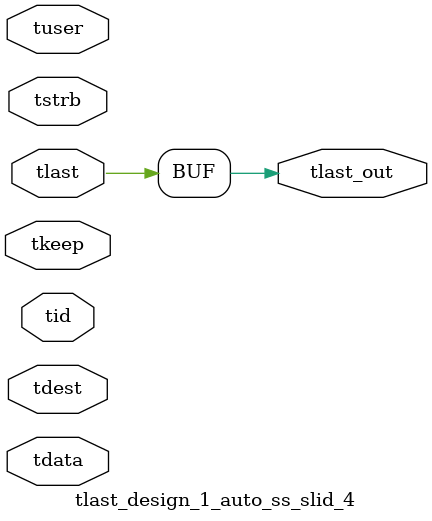
<source format=v>


`timescale 1ps/1ps

module tlast_design_1_auto_ss_slid_4 #
(
parameter C_S_AXIS_TID_WIDTH   = 1,
parameter C_S_AXIS_TUSER_WIDTH = 0,
parameter C_S_AXIS_TDATA_WIDTH = 0,
parameter C_S_AXIS_TDEST_WIDTH = 0
)
(
input  [(C_S_AXIS_TID_WIDTH   == 0 ? 1 : C_S_AXIS_TID_WIDTH)-1:0       ] tid,
input  [(C_S_AXIS_TDATA_WIDTH == 0 ? 1 : C_S_AXIS_TDATA_WIDTH)-1:0     ] tdata,
input  [(C_S_AXIS_TUSER_WIDTH == 0 ? 1 : C_S_AXIS_TUSER_WIDTH)-1:0     ] tuser,
input  [(C_S_AXIS_TDEST_WIDTH == 0 ? 1 : C_S_AXIS_TDEST_WIDTH)-1:0     ] tdest,
input  [(C_S_AXIS_TDATA_WIDTH/8)-1:0 ] tkeep,
input  [(C_S_AXIS_TDATA_WIDTH/8)-1:0 ] tstrb,
input  [0:0]                                                             tlast,
output                                                                   tlast_out
);

assign tlast_out = {tlast};

endmodule


</source>
